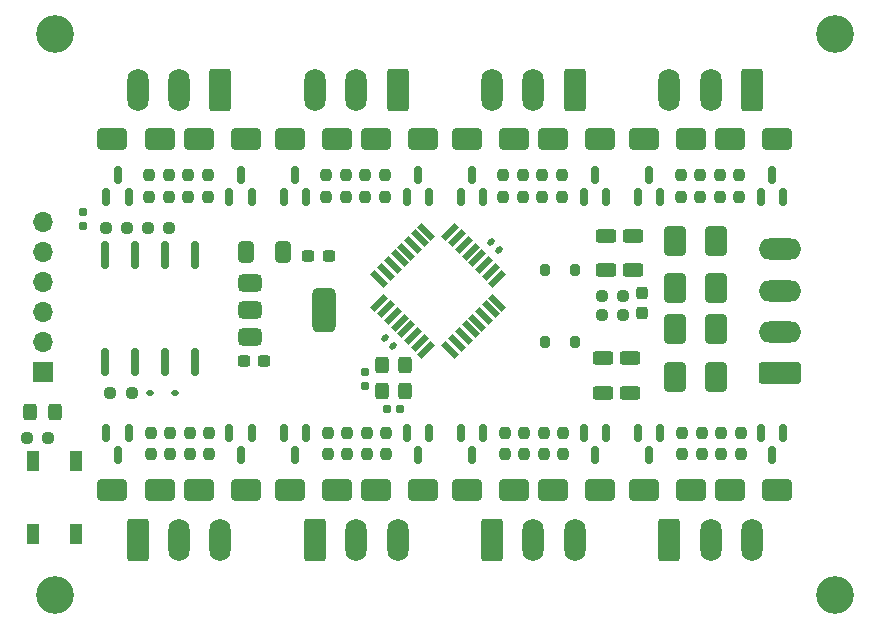
<source format=gbr>
%TF.GenerationSoftware,KiCad,Pcbnew,8.0.2*%
%TF.CreationDate,2024-10-12T15:28:34+02:00*%
%TF.ProjectId,solenoidDecoder,736f6c65-6e6f-4696-9444-65636f646572,rev?*%
%TF.SameCoordinates,Original*%
%TF.FileFunction,Soldermask,Top*%
%TF.FilePolarity,Negative*%
%FSLAX46Y46*%
G04 Gerber Fmt 4.6, Leading zero omitted, Abs format (unit mm)*
G04 Created by KiCad (PCBNEW 8.0.2) date 2024-10-12 15:28:34*
%MOMM*%
%LPD*%
G01*
G04 APERTURE LIST*
G04 Aperture macros list*
%AMRoundRect*
0 Rectangle with rounded corners*
0 $1 Rounding radius*
0 $2 $3 $4 $5 $6 $7 $8 $9 X,Y pos of 4 corners*
0 Add a 4 corners polygon primitive as box body*
4,1,4,$2,$3,$4,$5,$6,$7,$8,$9,$2,$3,0*
0 Add four circle primitives for the rounded corners*
1,1,$1+$1,$2,$3*
1,1,$1+$1,$4,$5*
1,1,$1+$1,$6,$7*
1,1,$1+$1,$8,$9*
0 Add four rect primitives between the rounded corners*
20,1,$1+$1,$2,$3,$4,$5,0*
20,1,$1+$1,$4,$5,$6,$7,0*
20,1,$1+$1,$6,$7,$8,$9,0*
20,1,$1+$1,$8,$9,$2,$3,0*%
%AMRotRect*
0 Rectangle, with rotation*
0 The origin of the aperture is its center*
0 $1 length*
0 $2 width*
0 $3 Rotation angle, in degrees counterclockwise*
0 Add horizontal line*
21,1,$1,$2,0,0,$3*%
G04 Aperture macros list end*
%ADD10RoundRect,0.250000X0.325000X0.450000X-0.325000X0.450000X-0.325000X-0.450000X0.325000X-0.450000X0*%
%ADD11RoundRect,0.250000X0.625000X-0.312500X0.625000X0.312500X-0.625000X0.312500X-0.625000X-0.312500X0*%
%ADD12RoundRect,0.237500X-0.237500X0.250000X-0.237500X-0.250000X0.237500X-0.250000X0.237500X0.250000X0*%
%ADD13RoundRect,0.237500X0.237500X-0.250000X0.237500X0.250000X-0.237500X0.250000X-0.237500X-0.250000X0*%
%ADD14RoundRect,0.250000X-1.000000X-0.650000X1.000000X-0.650000X1.000000X0.650000X-1.000000X0.650000X0*%
%ADD15RoundRect,0.250000X-0.650000X1.000000X-0.650000X-1.000000X0.650000X-1.000000X0.650000X1.000000X0*%
%ADD16RoundRect,0.150000X-0.150000X0.587500X-0.150000X-0.587500X0.150000X-0.587500X0.150000X0.587500X0*%
%ADD17RoundRect,0.250000X1.550000X-0.650000X1.550000X0.650000X-1.550000X0.650000X-1.550000X-0.650000X0*%
%ADD18O,3.600000X1.800000*%
%ADD19RoundRect,0.300000X-0.300000X0.400000X-0.300000X-0.400000X0.300000X-0.400000X0.300000X0.400000X0*%
%ADD20RoundRect,0.237500X0.250000X0.237500X-0.250000X0.237500X-0.250000X-0.237500X0.250000X-0.237500X0*%
%ADD21RoundRect,0.150000X0.150000X-0.587500X0.150000X0.587500X-0.150000X0.587500X-0.150000X-0.587500X0*%
%ADD22RoundRect,0.237500X-0.250000X-0.237500X0.250000X-0.237500X0.250000X0.237500X-0.250000X0.237500X0*%
%ADD23RoundRect,0.250000X1.000000X0.650000X-1.000000X0.650000X-1.000000X-0.650000X1.000000X-0.650000X0*%
%ADD24RoundRect,0.250000X-0.625000X0.312500X-0.625000X-0.312500X0.625000X-0.312500X0.625000X0.312500X0*%
%ADD25RoundRect,0.250000X0.650000X1.550000X-0.650000X1.550000X-0.650000X-1.550000X0.650000X-1.550000X0*%
%ADD26O,1.800000X3.600000*%
%ADD27R,1.700000X1.700000*%
%ADD28O,1.700000X1.700000*%
%ADD29C,3.200000*%
%ADD30RoundRect,0.140000X0.219203X0.021213X0.021213X0.219203X-0.219203X-0.021213X-0.021213X-0.219203X0*%
%ADD31RotRect,1.600000X0.550000X45.000000*%
%ADD32RotRect,1.600000X0.550000X135.000000*%
%ADD33RoundRect,0.250000X-0.650000X-1.550000X0.650000X-1.550000X0.650000X1.550000X-0.650000X1.550000X0*%
%ADD34RoundRect,0.250000X-0.412500X-0.650000X0.412500X-0.650000X0.412500X0.650000X-0.412500X0.650000X0*%
%ADD35RoundRect,0.250000X0.650000X-1.000000X0.650000X1.000000X-0.650000X1.000000X-0.650000X-1.000000X0*%
%ADD36RoundRect,0.160000X0.160000X-0.197500X0.160000X0.197500X-0.160000X0.197500X-0.160000X-0.197500X0*%
%ADD37RoundRect,0.237500X-0.237500X0.300000X-0.237500X-0.300000X0.237500X-0.300000X0.237500X0.300000X0*%
%ADD38RoundRect,0.155000X-0.212500X-0.155000X0.212500X-0.155000X0.212500X0.155000X-0.212500X0.155000X0*%
%ADD39RoundRect,0.375000X-0.625000X-0.375000X0.625000X-0.375000X0.625000X0.375000X-0.625000X0.375000X0*%
%ADD40RoundRect,0.500000X-0.500000X-1.400000X0.500000X-1.400000X0.500000X1.400000X-0.500000X1.400000X0*%
%ADD41RoundRect,0.237500X-0.300000X-0.237500X0.300000X-0.237500X0.300000X0.237500X-0.300000X0.237500X0*%
%ADD42RoundRect,0.155000X0.155000X-0.212500X0.155000X0.212500X-0.155000X0.212500X-0.155000X-0.212500X0*%
%ADD43RoundRect,0.237500X0.300000X0.237500X-0.300000X0.237500X-0.300000X-0.237500X0.300000X-0.237500X0*%
%ADD44RoundRect,0.162500X0.162500X-1.012500X0.162500X1.012500X-0.162500X1.012500X-0.162500X-1.012500X0*%
%ADD45RoundRect,0.200000X0.200000X-0.300000X0.200000X0.300000X-0.200000X0.300000X-0.200000X-0.300000X0*%
%ADD46R,1.100000X1.800000*%
%ADD47RoundRect,0.112500X-0.187500X-0.112500X0.187500X-0.112500X0.187500X0.112500X-0.187500X0.112500X0*%
G04 APERTURE END LIST*
D10*
%TO.C,D4*%
X91957000Y-65024000D03*
X89907000Y-65024000D03*
%TD*%
D11*
%TO.C,R103*%
X138422000Y-63357000D03*
X138422000Y-60432000D03*
%TD*%
D12*
%TO.C,R22*%
X133389000Y-66766000D03*
X133389000Y-68591000D03*
%TD*%
D13*
%TO.C,R71*%
X133262000Y-46751000D03*
X133262000Y-44926000D03*
%TD*%
D12*
%TO.C,R41*%
X101738000Y-66766000D03*
X101738000Y-68591000D03*
%TD*%
D14*
%TO.C,D81*%
X149151000Y-41901500D03*
X153151000Y-41901500D03*
%TD*%
D15*
%TO.C,D501*%
X144483500Y-50500000D03*
X144483500Y-54500000D03*
%TD*%
D16*
%TO.C,Q42*%
X108657000Y-66741000D03*
X106757000Y-66741000D03*
X107707000Y-68616000D03*
%TD*%
D17*
%TO.C,J62*%
X153404500Y-61710000D03*
D18*
X153404500Y-58210000D03*
X153404500Y-54710000D03*
X153404500Y-51210000D03*
%TD*%
D19*
%TO.C,Y1*%
X119692000Y-60987000D03*
X119692000Y-63187000D03*
X121592000Y-63187000D03*
X121592000Y-60987000D03*
%TD*%
D16*
%TO.C,Q21*%
X128243000Y-66741000D03*
X126343000Y-66741000D03*
X127293000Y-68616000D03*
%TD*%
D13*
%TO.C,R81*%
X148262000Y-46751000D03*
X148262000Y-44926000D03*
%TD*%
D12*
%TO.C,R21*%
X131738000Y-66766000D03*
X131738000Y-68591000D03*
%TD*%
D14*
%TO.C,D61*%
X119151000Y-41901500D03*
X123151000Y-41901500D03*
%TD*%
D11*
%TO.C,R104*%
X140708000Y-63357000D03*
X140708000Y-60432000D03*
%TD*%
D20*
%TO.C,R501*%
X140104500Y-55148000D03*
X138279500Y-55148000D03*
%TD*%
D21*
%TO.C,Q71*%
X136757000Y-46776000D03*
X138657000Y-46776000D03*
X137707000Y-44901000D03*
%TD*%
D22*
%TO.C,R3*%
X96279500Y-49411000D03*
X98104500Y-49411000D03*
%TD*%
D23*
%TO.C,D31*%
X115849000Y-71615500D03*
X111849000Y-71615500D03*
%TD*%
D13*
%TO.C,R63*%
X119913000Y-46751000D03*
X119913000Y-44926000D03*
%TD*%
D12*
%TO.C,R42*%
X103389000Y-66766000D03*
X103389000Y-68591000D03*
%TD*%
D14*
%TO.C,D22*%
X134151000Y-71615500D03*
X138151000Y-71615500D03*
%TD*%
D23*
%TO.C,D82*%
X145849000Y-41901500D03*
X141849000Y-41901500D03*
%TD*%
D12*
%TO.C,R11*%
X146738000Y-66766000D03*
X146738000Y-68591000D03*
%TD*%
D24*
%TO.C,R101*%
X140970000Y-50083500D03*
X140970000Y-53008500D03*
%TD*%
D23*
%TO.C,D11*%
X145849000Y-71615500D03*
X141849000Y-71615500D03*
%TD*%
D22*
%TO.C,R5*%
X96660500Y-63381000D03*
X98485500Y-63381000D03*
%TD*%
D25*
%TO.C,J61*%
X121000000Y-37710500D03*
D26*
X117500000Y-37710500D03*
X114000000Y-37710500D03*
%TD*%
D22*
%TO.C,R4*%
X99835500Y-49411000D03*
X101660500Y-49411000D03*
%TD*%
D23*
%TO.C,D72*%
X130849000Y-41901500D03*
X126849000Y-41901500D03*
%TD*%
D15*
%TO.C,D503*%
X147983500Y-58000000D03*
X147983500Y-62000000D03*
%TD*%
D12*
%TO.C,R24*%
X135040000Y-66766000D03*
X135040000Y-68591000D03*
%TD*%
D14*
%TO.C,D51*%
X104151000Y-41901500D03*
X108151000Y-41901500D03*
%TD*%
D27*
%TO.C,J3*%
X91000000Y-61580000D03*
D28*
X91000000Y-59040000D03*
X91000000Y-56500000D03*
X91000000Y-53960000D03*
X91000000Y-51420000D03*
X91000000Y-48880000D03*
%TD*%
D13*
%TO.C,R83*%
X149913000Y-46751000D03*
X149913000Y-44926000D03*
%TD*%
D16*
%TO.C,Q41*%
X98243000Y-66741000D03*
X96343000Y-66741000D03*
X97293000Y-68616000D03*
%TD*%
D21*
%TO.C,Q81*%
X151757000Y-46776000D03*
X153657000Y-46776000D03*
X152707000Y-44901000D03*
%TD*%
D12*
%TO.C,R14*%
X150040000Y-66766000D03*
X150040000Y-68591000D03*
%TD*%
D29*
%TO.C,REF\u002A\u002A*%
X158000000Y-33000000D03*
%TD*%
D30*
%TO.C,C101*%
X129617411Y-51250411D03*
X128938589Y-50571589D03*
%TD*%
D13*
%TO.C,R53*%
X104913000Y-46751000D03*
X104913000Y-44926000D03*
%TD*%
D31*
%TO.C,U1*%
X119466897Y-55746305D03*
X120032583Y-56311990D03*
X120598268Y-56877676D03*
X121163953Y-57443361D03*
X121729639Y-58009047D03*
X122295324Y-58574732D03*
X122861010Y-59140417D03*
X123426695Y-59706103D03*
D32*
X125477305Y-59706103D03*
X126042990Y-59140417D03*
X126608676Y-58574732D03*
X127174361Y-58009047D03*
X127740047Y-57443361D03*
X128305732Y-56877676D03*
X128871417Y-56311990D03*
X129437103Y-55746305D03*
D31*
X129437103Y-53695695D03*
X128871417Y-53130010D03*
X128305732Y-52564324D03*
X127740047Y-51998639D03*
X127174361Y-51432953D03*
X126608676Y-50867268D03*
X126042990Y-50301583D03*
X125477305Y-49735897D03*
D32*
X123426695Y-49735897D03*
X122861010Y-50301583D03*
X122295324Y-50867268D03*
X121729639Y-51432953D03*
X121163953Y-51998639D03*
X120598268Y-52564324D03*
X120032583Y-53130010D03*
X119466897Y-53695695D03*
%TD*%
D23*
%TO.C,D41*%
X100849000Y-71615500D03*
X96849000Y-71615500D03*
%TD*%
D29*
%TO.C,REF\u002A\u002A*%
X92000000Y-33000000D03*
%TD*%
D33*
%TO.C,J21*%
X129000000Y-75806500D03*
D26*
X132500000Y-75806500D03*
X136000000Y-75806500D03*
%TD*%
D12*
%TO.C,R43*%
X100087000Y-66766000D03*
X100087000Y-68591000D03*
%TD*%
%TO.C,R13*%
X145087000Y-66766000D03*
X145087000Y-68591000D03*
%TD*%
%TO.C,R32*%
X118389000Y-66766000D03*
X118389000Y-68591000D03*
%TD*%
D34*
%TO.C,C303*%
X108157500Y-51419000D03*
X111282500Y-51419000D03*
%TD*%
D22*
%TO.C,R6*%
X89587500Y-67183000D03*
X91412500Y-67183000D03*
%TD*%
D12*
%TO.C,R23*%
X130087000Y-66766000D03*
X130087000Y-68591000D03*
%TD*%
D13*
%TO.C,R52*%
X101611000Y-46751000D03*
X101611000Y-44926000D03*
%TD*%
D35*
%TO.C,D504*%
X147983500Y-54500000D03*
X147983500Y-50500000D03*
%TD*%
D13*
%TO.C,R74*%
X129960000Y-46751000D03*
X129960000Y-44926000D03*
%TD*%
D12*
%TO.C,R44*%
X105040000Y-66766000D03*
X105040000Y-68591000D03*
%TD*%
D33*
%TO.C,J11*%
X144000000Y-75806500D03*
D26*
X147500000Y-75806500D03*
X151000000Y-75806500D03*
%TD*%
D13*
%TO.C,R84*%
X144960000Y-46751000D03*
X144960000Y-44926000D03*
%TD*%
%TO.C,R54*%
X99960000Y-46751000D03*
X99960000Y-44926000D03*
%TD*%
%TO.C,R64*%
X114960000Y-46751000D03*
X114960000Y-44926000D03*
%TD*%
D21*
%TO.C,Q61*%
X121757000Y-46776000D03*
X123657000Y-46776000D03*
X122707000Y-44901000D03*
%TD*%
D36*
%TO.C,R2*%
X94361000Y-49238500D03*
X94361000Y-48043500D03*
%TD*%
D37*
%TO.C,C501*%
X141732000Y-54890500D03*
X141732000Y-56615500D03*
%TD*%
D24*
%TO.C,R102*%
X138684000Y-50083500D03*
X138684000Y-53008500D03*
%TD*%
D21*
%TO.C,Q72*%
X126343000Y-46776000D03*
X128243000Y-46776000D03*
X127293000Y-44901000D03*
%TD*%
%TO.C,Q52*%
X96343000Y-46776000D03*
X98243000Y-46776000D03*
X97293000Y-44901000D03*
%TD*%
D16*
%TO.C,Q11*%
X143243000Y-66741000D03*
X141343000Y-66741000D03*
X142293000Y-68616000D03*
%TD*%
D29*
%TO.C,REF\u002A\u002A*%
X92000000Y-80500000D03*
%TD*%
D23*
%TO.C,D62*%
X115849000Y-41901500D03*
X111849000Y-41901500D03*
%TD*%
D33*
%TO.C,J41*%
X99000000Y-75806500D03*
D26*
X102500000Y-75806500D03*
X106000000Y-75806500D03*
%TD*%
D13*
%TO.C,R82*%
X146611000Y-46751000D03*
X146611000Y-44926000D03*
%TD*%
%TO.C,R62*%
X116611000Y-46751000D03*
X116611000Y-44926000D03*
%TD*%
D16*
%TO.C,Q12*%
X153657000Y-66741000D03*
X151757000Y-66741000D03*
X152707000Y-68616000D03*
%TD*%
D14*
%TO.C,D32*%
X119151000Y-71615500D03*
X123151000Y-71615500D03*
%TD*%
D13*
%TO.C,R72*%
X131611000Y-46751000D03*
X131611000Y-44926000D03*
%TD*%
D21*
%TO.C,Q51*%
X106757000Y-46776000D03*
X108657000Y-46776000D03*
X107707000Y-44901000D03*
%TD*%
D25*
%TO.C,J81*%
X151000000Y-37710500D03*
D26*
X147500000Y-37710500D03*
X144000000Y-37710500D03*
%TD*%
D23*
%TO.C,D21*%
X130849000Y-71615500D03*
X126849000Y-71615500D03*
%TD*%
D22*
%TO.C,R502*%
X138279500Y-56769000D03*
X140104500Y-56769000D03*
%TD*%
D21*
%TO.C,Q82*%
X141343000Y-46776000D03*
X143243000Y-46776000D03*
X142293000Y-44901000D03*
%TD*%
D13*
%TO.C,R51*%
X103262000Y-46751000D03*
X103262000Y-44926000D03*
%TD*%
D12*
%TO.C,R34*%
X120040000Y-66766000D03*
X120040000Y-68591000D03*
%TD*%
D38*
%TO.C,C2*%
X120074500Y-64754000D03*
X121209500Y-64754000D03*
%TD*%
D21*
%TO.C,Q62*%
X111343000Y-46776000D03*
X113243000Y-46776000D03*
X112293000Y-44901000D03*
%TD*%
D39*
%TO.C,U301*%
X108475000Y-54072000D03*
X108475000Y-56372000D03*
D40*
X114775000Y-56372000D03*
D39*
X108475000Y-58672000D03*
%TD*%
D16*
%TO.C,Q32*%
X123657000Y-66741000D03*
X121757000Y-66741000D03*
X122707000Y-68616000D03*
%TD*%
D12*
%TO.C,R12*%
X148389000Y-66766000D03*
X148389000Y-68591000D03*
%TD*%
D41*
%TO.C,C301*%
X107968500Y-60690000D03*
X109693500Y-60690000D03*
%TD*%
D23*
%TO.C,D52*%
X100849000Y-41901500D03*
X96849000Y-41901500D03*
%TD*%
D14*
%TO.C,D71*%
X134151000Y-41901500D03*
X138151000Y-41901500D03*
%TD*%
D42*
%TO.C,C1*%
X118229000Y-62781500D03*
X118229000Y-61646500D03*
%TD*%
D43*
%TO.C,C302*%
X115154500Y-51800000D03*
X113429500Y-51800000D03*
%TD*%
D14*
%TO.C,D12*%
X149151000Y-71615500D03*
X153151000Y-71615500D03*
%TD*%
D25*
%TO.C,J71*%
X136000000Y-37710500D03*
D26*
X132500000Y-37710500D03*
X129000000Y-37710500D03*
%TD*%
D44*
%TO.C,U3*%
X96258000Y-60770000D03*
X98798000Y-60770000D03*
X101338000Y-60770000D03*
X103878000Y-60770000D03*
X103878000Y-51720000D03*
X101338000Y-51720000D03*
X98798000Y-51720000D03*
X96258000Y-51720000D03*
%TD*%
D45*
%TO.C,D301*%
X133477000Y-59082000D03*
X136017000Y-59082000D03*
X136017000Y-52932000D03*
X133477000Y-52932000D03*
%TD*%
D16*
%TO.C,Q22*%
X138657000Y-66741000D03*
X136757000Y-66741000D03*
X137707000Y-68616000D03*
%TD*%
D29*
%TO.C,REF\u002A\u002A*%
X158000000Y-80500000D03*
%TD*%
D30*
%TO.C,C3*%
X120600411Y-59378411D03*
X119921589Y-58699589D03*
%TD*%
D25*
%TO.C,J51*%
X106000000Y-37710500D03*
D26*
X102500000Y-37710500D03*
X99000000Y-37710500D03*
%TD*%
D13*
%TO.C,R61*%
X118262000Y-46751000D03*
X118262000Y-44926000D03*
%TD*%
D33*
%TO.C,J31*%
X114000000Y-75806500D03*
D26*
X117500000Y-75806500D03*
X121000000Y-75806500D03*
%TD*%
D46*
%TO.C,SW1*%
X93798000Y-69163000D03*
X93798000Y-75363000D03*
X90098000Y-69163000D03*
X90098000Y-75363000D03*
%TD*%
D47*
%TO.C,D1*%
X100079000Y-63381000D03*
X102179000Y-63381000D03*
%TD*%
D13*
%TO.C,R73*%
X134913000Y-46751000D03*
X134913000Y-44926000D03*
%TD*%
D12*
%TO.C,R31*%
X116738000Y-66766000D03*
X116738000Y-68591000D03*
%TD*%
D35*
%TO.C,D502*%
X144483500Y-62000000D03*
X144483500Y-58000000D03*
%TD*%
D14*
%TO.C,D42*%
X104151000Y-71615500D03*
X108151000Y-71615500D03*
%TD*%
D12*
%TO.C,R33*%
X115087000Y-66766000D03*
X115087000Y-68591000D03*
%TD*%
D16*
%TO.C,Q31*%
X113243000Y-66741000D03*
X111343000Y-66741000D03*
X112293000Y-68616000D03*
%TD*%
M02*

</source>
